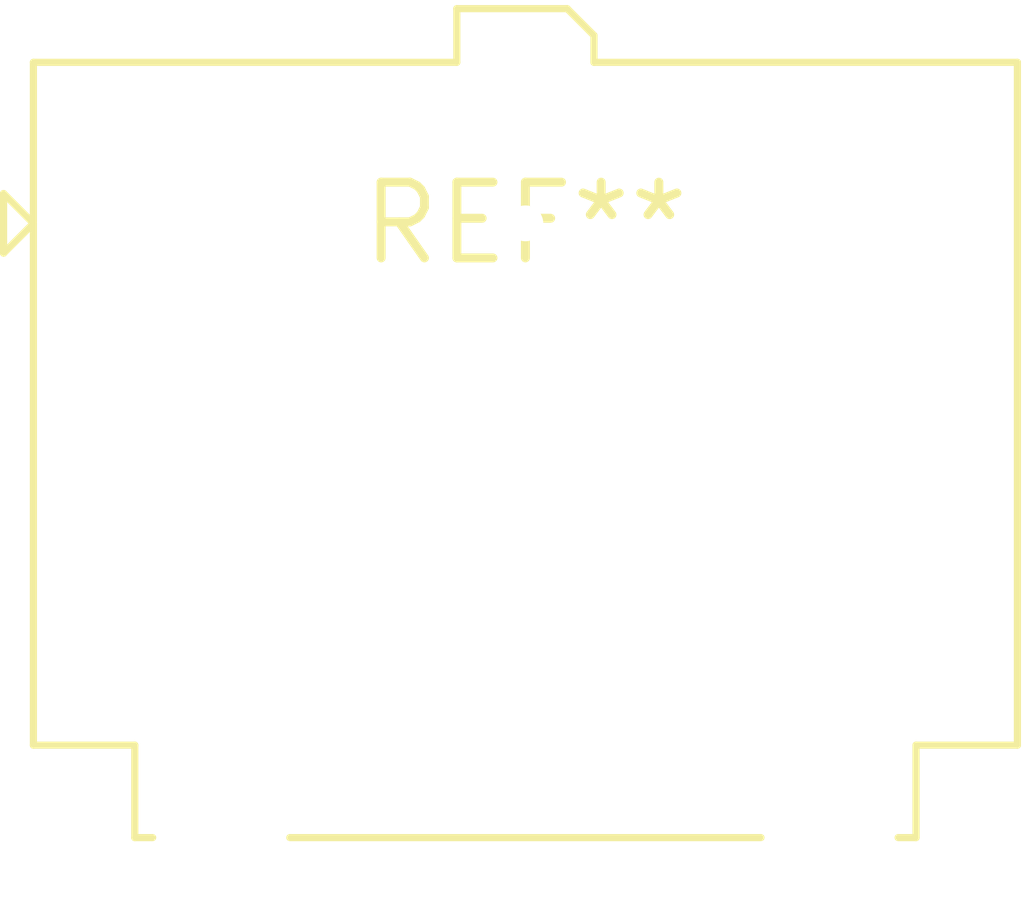
<source format=kicad_pcb>
(kicad_pcb (version 20240108) (generator pcbnew)
  (layers (0 "F.Cu" signal) (31 "B.Cu" signal) (34 "B.Paste" user) (35 "F.Paste" user) (36 "B.SilkS" user "B.Silkscreen") (37 "F.SilkS" user "F.Silkscreen") (38 "B.Mask" user) (39 "F.Mask" user) (44 "Edge.Cuts" user))
  (net 0 "")
  (footprint "Honeywell_CSLW" (layer "F.Cu") (at 0 0)
    (property "Reference" "REF**")
    (property "Value" "Honeywell_CSLW")
    (fp_line (start -8.75 0.5) (end -8.75 -0.5) (layer "F.SilkS") (stroke (width 0.12)))
    (fp_line (start -8.25 -2.7) (end -8.25 8.75) (layer "F.SilkS") (stroke (width 0.12)))
    (fp_line (start -8.25 -2.7) (end -1.15 -2.7) (layer "F.SilkS") (stroke (width 0.12)))
    (fp_line (start -8.25 0) (end -8.75 -0.5) (layer "F.SilkS") (stroke (width 0.12)))
    (fp_line (start -8.25 0) (end -8.75 0.5) (layer "F.SilkS") (stroke (width 0.12)))
    (fp_line (start -8.25 8.75) (end -6.55 8.75) (layer "F.SilkS") (stroke (width 0.12)))
    (fp_line (start -6.55 8.75) (end -6.55 10.3) (layer "F.SilkS") (stroke (width 0.12)))
    (fp_line (start -6.25 10.3) (end -6.55 10.3) (layer "F.SilkS") (stroke (width 0.12)))
    (fp_line (start -1.15 -3.6) (end 0.7 -3.6) (layer "F.SilkS") (stroke (width 0.12)))
    (fp_line (start -1.15 -2.7) (end -1.15 -3.6) (layer "F.SilkS") (stroke (width 0.12)))
    (fp_line (start 0.7 -3.6) (end 1.15 -3.15) (layer "F.SilkS") (stroke (width 0.12)))
    (fp_line (start 1.15 -3.15) (end 1.15 -2.7) (layer "F.SilkS") (stroke (width 0.12)))
    (fp_line (start 1.15 -2.7) (end 8.25 -2.7) (layer "F.SilkS") (stroke (width 0.12)))
    (fp_line (start 3.95 10.3) (end -3.95 10.3) (layer "F.SilkS") (stroke (width 0.12)))
    (fp_line (start 6.25 10.3) (end 6.55 10.3) (layer "F.SilkS") (stroke (width 0.12)))
    (fp_line (start 6.55 8.75) (end 6.55 10.3) (layer "F.SilkS") (stroke (width 0.12)))
    (fp_line (start 8.25 -2.7) (end 8.25 8.75) (layer "F.SilkS") (stroke (width 0.12)))
    (fp_line (start 8.25 8.75) (end 6.55 8.75) (layer "F.SilkS") (stroke (width 0.12)))
    (pad "1" thru_hole rect (at 0 0) (size 1.3 1.05) (drill 0.6) (layers *.Cu *.Mask) (remove_unused_layers))
    (pad "2" thru_hole oval (at 0 -1.27) (size 1.3 1.05) (drill 0.6) (layers *.Cu *.Mask) (remove_unused_layers))
    (pad "3" thru_hole oval (at 0 -2.54) (size 1.3 1.05) (drill 0.6) (layers *.Cu *.Mask) (remove_unused_layers))
    (pad "4" thru_hole circle (at -5.1 10.13) (size 1.8 1.8) (drill 1) (layers *.Cu *.Mask) (remove_unused_layers))
    (pad "5" thru_hole circle (at 5.1 10.13) (size 1.8 1.8) (drill 1) (layers *.Cu *.Mask) (remove_unused_layers))
  )
)
</source>
